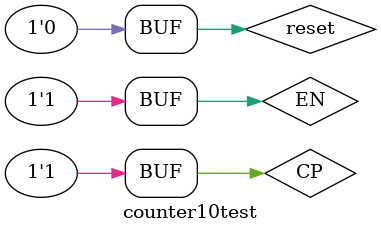
<source format=v>
`timescale 1ns / 1ps


module counter10test;

	// Inputs
	reg CP;
	reg EN;
	reg reset;

	// Outputs
	wire [3:0] Cnt;
	parameter period = 10;
	// Instantiate the Unit Under Test (UUT)
	counter_10 uut (
		.CP(CP), 
		.EN(EN), 
		.reset(reset), 
		.Cnt(Cnt)
	);
	always begin
		CP = 1'b0;
		#(period/2) CP = 1'b1;
		#(period/2);
	end
	initial begin
		// Initialize Inputs
		CP = 0;
		EN = 0;
		reset = 1;

		// Wait 100 ns for global reset to finish
		#100;
        EN = 1;
		reset = 0;
		// Add stimulus here

	end
      
endmodule


</source>
